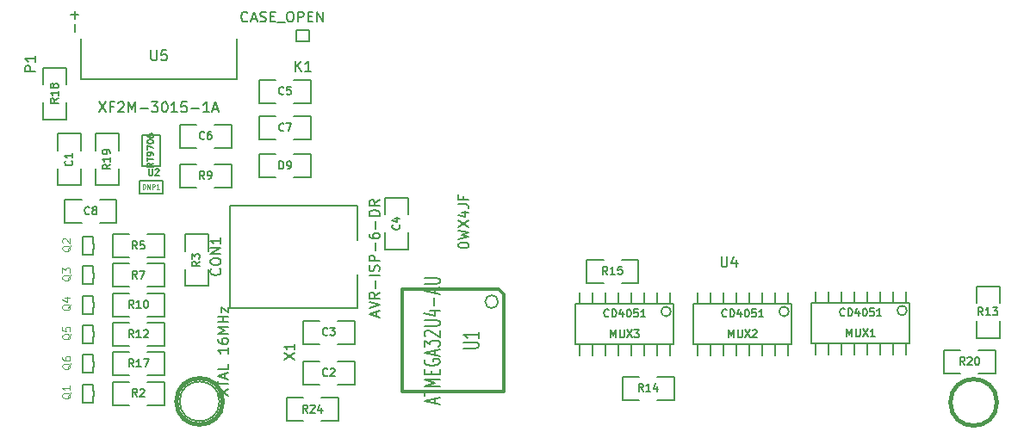
<source format=gto>
G04 (created by PCBNEW (2013-may-18)-stable) date Mon Aug 15 13:55:16 2016*
%MOIN*%
G04 Gerber Fmt 3.4, Leading zero omitted, Abs format*
%FSLAX34Y34*%
G01*
G70*
G90*
G04 APERTURE LIST*
%ADD10C,0.00590551*%
%ADD11C,0.012*%
%ADD12C,0.008*%
%ADD13C,0.005*%
%ADD14C,0.015*%
%ADD15C,0.0059*%
%ADD16C,0.0045*%
%ADD17C,0.0039*%
%ADD18C,0.01*%
G04 APERTURE END LIST*
G54D10*
G54D11*
X71989Y-62029D02*
X68049Y-62029D01*
X68049Y-62029D02*
X68049Y-58089D01*
X71799Y-58089D02*
X68049Y-58089D01*
X71989Y-58279D02*
X71989Y-62029D01*
X71799Y-58089D02*
X71989Y-58279D01*
G54D12*
X71769Y-58559D02*
G75*
G03X71769Y-58559I-250J0D01*
G74*
G01*
G54D13*
X86557Y-60169D02*
X86557Y-60599D01*
X86057Y-60169D02*
X86057Y-60599D01*
X85557Y-60169D02*
X85557Y-60599D01*
X87057Y-60169D02*
X87057Y-60599D01*
X87557Y-60599D02*
X87557Y-60169D01*
X85057Y-60599D02*
X85057Y-60169D01*
X84557Y-60599D02*
X84557Y-60169D01*
X84057Y-60599D02*
X84057Y-60169D01*
X84057Y-58609D02*
X84057Y-58179D01*
X84557Y-58609D02*
X84557Y-58179D01*
X85057Y-58609D02*
X85057Y-58179D01*
X87557Y-58609D02*
X87557Y-58179D01*
X87057Y-58179D02*
X87057Y-58609D01*
X85557Y-58179D02*
X85557Y-58609D01*
X86057Y-58179D02*
X86057Y-58609D01*
X86557Y-58179D02*
X86557Y-58609D01*
X87593Y-58899D02*
G75*
G03X87593Y-58899I-186J0D01*
G74*
G01*
X87707Y-60169D02*
X87707Y-58609D01*
X87707Y-58609D02*
X83907Y-58609D01*
X83907Y-58609D02*
X83907Y-60169D01*
X83907Y-60169D02*
X87707Y-60169D01*
X77423Y-60209D02*
X77423Y-60639D01*
X76923Y-60209D02*
X76923Y-60639D01*
X76423Y-60209D02*
X76423Y-60639D01*
X77923Y-60209D02*
X77923Y-60639D01*
X78423Y-60639D02*
X78423Y-60209D01*
X75923Y-60639D02*
X75923Y-60209D01*
X75423Y-60639D02*
X75423Y-60209D01*
X74923Y-60639D02*
X74923Y-60209D01*
X74923Y-58649D02*
X74923Y-58219D01*
X75423Y-58649D02*
X75423Y-58219D01*
X75923Y-58649D02*
X75923Y-58219D01*
X78423Y-58649D02*
X78423Y-58219D01*
X77923Y-58219D02*
X77923Y-58649D01*
X76423Y-58219D02*
X76423Y-58649D01*
X76923Y-58219D02*
X76923Y-58649D01*
X77423Y-58219D02*
X77423Y-58649D01*
X78459Y-58939D02*
G75*
G03X78459Y-58939I-186J0D01*
G74*
G01*
X78573Y-60209D02*
X78573Y-58649D01*
X78573Y-58649D02*
X74773Y-58649D01*
X74773Y-58649D02*
X74773Y-60209D01*
X74773Y-60209D02*
X78573Y-60209D01*
X77200Y-57831D02*
X77200Y-56931D01*
X77200Y-56931D02*
X76550Y-56931D01*
X75850Y-57831D02*
X75200Y-57831D01*
X75200Y-57831D02*
X75200Y-56931D01*
X75200Y-56931D02*
X75850Y-56931D01*
X76550Y-57831D02*
X77200Y-57831D01*
X54175Y-51492D02*
X55075Y-51492D01*
X55075Y-51492D02*
X55075Y-50842D01*
X54175Y-50142D02*
X54175Y-49492D01*
X54175Y-49492D02*
X55075Y-49492D01*
X55075Y-49492D02*
X55075Y-50142D01*
X54175Y-50842D02*
X54175Y-51492D01*
X58854Y-56847D02*
X58854Y-55947D01*
X58854Y-55947D02*
X58204Y-55947D01*
X57504Y-56847D02*
X56854Y-56847D01*
X56854Y-56847D02*
X56854Y-55947D01*
X56854Y-55947D02*
X57504Y-55947D01*
X58204Y-56847D02*
X58854Y-56847D01*
X58854Y-57989D02*
X58854Y-57089D01*
X58854Y-57089D02*
X58204Y-57089D01*
X57504Y-57989D02*
X56854Y-57989D01*
X56854Y-57989D02*
X56854Y-57089D01*
X56854Y-57089D02*
X57504Y-57089D01*
X58204Y-57989D02*
X58854Y-57989D01*
X58854Y-59131D02*
X58854Y-58231D01*
X58854Y-58231D02*
X58204Y-58231D01*
X57504Y-59131D02*
X56854Y-59131D01*
X56854Y-59131D02*
X56854Y-58231D01*
X56854Y-58231D02*
X57504Y-58231D01*
X58204Y-59131D02*
X58854Y-59131D01*
X58854Y-60272D02*
X58854Y-59372D01*
X58854Y-59372D02*
X58204Y-59372D01*
X57504Y-60272D02*
X56854Y-60272D01*
X56854Y-60272D02*
X56854Y-59372D01*
X56854Y-59372D02*
X57504Y-59372D01*
X58204Y-60272D02*
X58854Y-60272D01*
X58854Y-61414D02*
X58854Y-60514D01*
X58854Y-60514D02*
X58204Y-60514D01*
X57504Y-61414D02*
X56854Y-61414D01*
X56854Y-61414D02*
X56854Y-60514D01*
X56854Y-60514D02*
X57504Y-60514D01*
X58204Y-61414D02*
X58854Y-61414D01*
X57003Y-55509D02*
X57003Y-54609D01*
X57003Y-54609D02*
X56353Y-54609D01*
X55653Y-55509D02*
X55003Y-55509D01*
X55003Y-55509D02*
X55003Y-54609D01*
X55003Y-54609D02*
X55653Y-54609D01*
X56353Y-55509D02*
X57003Y-55509D01*
X64523Y-53737D02*
X64523Y-52837D01*
X64523Y-52837D02*
X63873Y-52837D01*
X63173Y-53737D02*
X62523Y-53737D01*
X62523Y-53737D02*
X62523Y-52837D01*
X62523Y-52837D02*
X63173Y-52837D01*
X63873Y-53737D02*
X64523Y-53737D01*
X64523Y-52280D02*
X64523Y-51380D01*
X64523Y-51380D02*
X63873Y-51380D01*
X63173Y-52280D02*
X62523Y-52280D01*
X62523Y-52280D02*
X62523Y-51380D01*
X62523Y-51380D02*
X63173Y-51380D01*
X63873Y-52280D02*
X64523Y-52280D01*
X54727Y-54051D02*
X55627Y-54051D01*
X55627Y-54051D02*
X55627Y-53401D01*
X54727Y-52701D02*
X54727Y-52051D01*
X54727Y-52051D02*
X55627Y-52051D01*
X55627Y-52051D02*
X55627Y-52701D01*
X54727Y-53401D02*
X54727Y-54051D01*
X56183Y-54051D02*
X57083Y-54051D01*
X57083Y-54051D02*
X57083Y-53401D01*
X56183Y-52701D02*
X56183Y-52051D01*
X56183Y-52051D02*
X57083Y-52051D01*
X57083Y-52051D02*
X57083Y-52701D01*
X56183Y-53401D02*
X56183Y-54051D01*
X59452Y-51695D02*
X59452Y-52595D01*
X59452Y-52595D02*
X60102Y-52595D01*
X60802Y-51695D02*
X61452Y-51695D01*
X61452Y-51695D02*
X61452Y-52595D01*
X61452Y-52595D02*
X60802Y-52595D01*
X60102Y-51695D02*
X59452Y-51695D01*
X59452Y-53231D02*
X59452Y-54131D01*
X59452Y-54131D02*
X60102Y-54131D01*
X60802Y-53231D02*
X61452Y-53231D01*
X61452Y-53231D02*
X61452Y-54131D01*
X61452Y-54131D02*
X60802Y-54131D01*
X60102Y-53231D02*
X59452Y-53231D01*
X62523Y-49963D02*
X62523Y-50863D01*
X62523Y-50863D02*
X63173Y-50863D01*
X63873Y-49963D02*
X64523Y-49963D01*
X64523Y-49963D02*
X64523Y-50863D01*
X64523Y-50863D02*
X63873Y-50863D01*
X63173Y-49963D02*
X62523Y-49963D01*
X76578Y-61459D02*
X76578Y-62359D01*
X76578Y-62359D02*
X77228Y-62359D01*
X77928Y-61459D02*
X78578Y-61459D01*
X78578Y-61459D02*
X78578Y-62359D01*
X78578Y-62359D02*
X77928Y-62359D01*
X77228Y-61459D02*
X76578Y-61459D01*
X58854Y-62556D02*
X58854Y-61656D01*
X58854Y-61656D02*
X58204Y-61656D01*
X57504Y-62556D02*
X56854Y-62556D01*
X56854Y-62556D02*
X56854Y-61656D01*
X56854Y-61656D02*
X57504Y-61656D01*
X58204Y-62556D02*
X58854Y-62556D01*
X67404Y-56531D02*
X68304Y-56531D01*
X68304Y-56531D02*
X68304Y-55881D01*
X67404Y-55181D02*
X67404Y-54531D01*
X67404Y-54531D02*
X68304Y-54531D01*
X68304Y-54531D02*
X68304Y-55181D01*
X67404Y-55881D02*
X67404Y-56531D01*
X91019Y-61335D02*
X91019Y-60435D01*
X91019Y-60435D02*
X90369Y-60435D01*
X89669Y-61335D02*
X89019Y-61335D01*
X89019Y-61335D02*
X89019Y-60435D01*
X89019Y-60435D02*
X89669Y-60435D01*
X90369Y-61335D02*
X91019Y-61335D01*
X59648Y-57948D02*
X60548Y-57948D01*
X60548Y-57948D02*
X60548Y-57298D01*
X59648Y-56598D02*
X59648Y-55948D01*
X59648Y-55948D02*
X60548Y-55948D01*
X60548Y-55948D02*
X60548Y-56598D01*
X59648Y-57298D02*
X59648Y-57948D01*
X64216Y-60868D02*
X64216Y-61768D01*
X64216Y-61768D02*
X64866Y-61768D01*
X65566Y-60868D02*
X66216Y-60868D01*
X66216Y-60868D02*
X66216Y-61768D01*
X66216Y-61768D02*
X65566Y-61768D01*
X64866Y-60868D02*
X64216Y-60868D01*
X64216Y-59294D02*
X64216Y-60194D01*
X64216Y-60194D02*
X64866Y-60194D01*
X65566Y-59294D02*
X66216Y-59294D01*
X66216Y-59294D02*
X66216Y-60194D01*
X66216Y-60194D02*
X65566Y-60194D01*
X64866Y-59294D02*
X64216Y-59294D01*
X90278Y-59956D02*
X91178Y-59956D01*
X91178Y-59956D02*
X91178Y-59306D01*
X90278Y-58606D02*
X90278Y-57956D01*
X90278Y-57956D02*
X91178Y-57956D01*
X91178Y-57956D02*
X91178Y-58606D01*
X90278Y-59306D02*
X90278Y-59956D01*
X57876Y-53864D02*
X58776Y-53864D01*
X58776Y-53864D02*
X58776Y-54364D01*
X58776Y-54364D02*
X57876Y-54364D01*
X57876Y-54364D02*
X57876Y-53864D01*
G54D10*
X66337Y-56170D02*
X66337Y-54850D01*
X66337Y-54850D02*
X61377Y-54850D01*
X61377Y-54850D02*
X61377Y-58810D01*
X61377Y-58810D02*
X66337Y-58810D01*
X66337Y-58810D02*
X66337Y-57490D01*
G54D13*
X56085Y-62006D02*
X56085Y-61756D01*
X56085Y-61756D02*
X55685Y-61756D01*
X55685Y-62456D02*
X56085Y-62456D01*
X56085Y-62456D02*
X56085Y-62206D01*
X56135Y-62006D02*
X56085Y-62006D01*
X56085Y-62206D02*
X56135Y-62206D01*
X55685Y-61756D02*
X55685Y-62456D01*
X56135Y-62206D02*
X56135Y-62006D01*
X56085Y-56297D02*
X56085Y-56047D01*
X56085Y-56047D02*
X55685Y-56047D01*
X55685Y-56747D02*
X56085Y-56747D01*
X56085Y-56747D02*
X56085Y-56497D01*
X56135Y-56297D02*
X56085Y-56297D01*
X56085Y-56497D02*
X56135Y-56497D01*
X55685Y-56047D02*
X55685Y-56747D01*
X56135Y-56497D02*
X56135Y-56297D01*
X56085Y-57439D02*
X56085Y-57189D01*
X56085Y-57189D02*
X55685Y-57189D01*
X55685Y-57889D02*
X56085Y-57889D01*
X56085Y-57889D02*
X56085Y-57639D01*
X56135Y-57439D02*
X56085Y-57439D01*
X56085Y-57639D02*
X56135Y-57639D01*
X55685Y-57189D02*
X55685Y-57889D01*
X56135Y-57639D02*
X56135Y-57439D01*
X56085Y-58581D02*
X56085Y-58331D01*
X56085Y-58331D02*
X55685Y-58331D01*
X55685Y-59031D02*
X56085Y-59031D01*
X56085Y-59031D02*
X56085Y-58781D01*
X56135Y-58581D02*
X56085Y-58581D01*
X56085Y-58781D02*
X56135Y-58781D01*
X55685Y-58331D02*
X55685Y-59031D01*
X56135Y-58781D02*
X56135Y-58581D01*
X56085Y-59722D02*
X56085Y-59472D01*
X56085Y-59472D02*
X55685Y-59472D01*
X55685Y-60172D02*
X56085Y-60172D01*
X56085Y-60172D02*
X56085Y-59922D01*
X56135Y-59722D02*
X56085Y-59722D01*
X56085Y-59922D02*
X56135Y-59922D01*
X55685Y-59472D02*
X55685Y-60172D01*
X56135Y-59922D02*
X56135Y-59722D01*
X56085Y-60864D02*
X56085Y-60614D01*
X56085Y-60614D02*
X55685Y-60614D01*
X55685Y-61314D02*
X56085Y-61314D01*
X56085Y-61314D02*
X56085Y-61064D01*
X56135Y-60864D02*
X56085Y-60864D01*
X56085Y-61064D02*
X56135Y-61064D01*
X55685Y-60614D02*
X55685Y-61314D01*
X56135Y-61064D02*
X56135Y-60864D01*
G54D10*
X61661Y-49935D02*
X55621Y-49935D01*
X55621Y-49935D02*
X55621Y-48375D01*
X61661Y-48375D02*
X61661Y-49895D01*
G54D13*
X58676Y-53296D02*
X57976Y-53296D01*
X57976Y-53296D02*
X57976Y-52096D01*
X57976Y-52096D02*
X58676Y-52096D01*
X58676Y-52096D02*
X58676Y-53296D01*
X81990Y-60209D02*
X81990Y-60639D01*
X81490Y-60209D02*
X81490Y-60639D01*
X80990Y-60209D02*
X80990Y-60639D01*
X82490Y-60209D02*
X82490Y-60639D01*
X82990Y-60639D02*
X82990Y-60209D01*
X80490Y-60639D02*
X80490Y-60209D01*
X79990Y-60639D02*
X79990Y-60209D01*
X79490Y-60639D02*
X79490Y-60209D01*
X79490Y-58649D02*
X79490Y-58219D01*
X79990Y-58649D02*
X79990Y-58219D01*
X80490Y-58649D02*
X80490Y-58219D01*
X82990Y-58649D02*
X82990Y-58219D01*
X82490Y-58219D02*
X82490Y-58649D01*
X80990Y-58219D02*
X80990Y-58649D01*
X81490Y-58219D02*
X81490Y-58649D01*
X81990Y-58219D02*
X81990Y-58649D01*
X83026Y-58939D02*
G75*
G03X83026Y-58939I-186J0D01*
G74*
G01*
X83140Y-60209D02*
X83140Y-58649D01*
X83140Y-58649D02*
X79340Y-58649D01*
X79340Y-58649D02*
X79340Y-60209D01*
X79340Y-60209D02*
X83140Y-60209D01*
G54D14*
X91077Y-62460D02*
G75*
G03X91077Y-62460I-900J0D01*
G74*
G01*
X61116Y-62421D02*
G75*
G03X61116Y-62421I-900J0D01*
G74*
G01*
G54D13*
X63586Y-62286D02*
X63586Y-63186D01*
X63586Y-63186D02*
X64236Y-63186D01*
X64936Y-62286D02*
X65586Y-62286D01*
X65586Y-62286D02*
X65586Y-63186D01*
X65586Y-63186D02*
X64936Y-63186D01*
X64236Y-62286D02*
X63586Y-62286D01*
G54D10*
X64452Y-48469D02*
X64452Y-48029D01*
X64452Y-48029D02*
X63972Y-48029D01*
X63972Y-48029D02*
X63972Y-48469D01*
X63972Y-48469D02*
X64452Y-48469D01*
X60987Y-62421D02*
G75*
G03X60987Y-62421I-770J0D01*
G74*
G01*
G54D12*
X70412Y-60363D02*
X70898Y-60363D01*
X70955Y-60344D01*
X70983Y-60325D01*
X71012Y-60287D01*
X71012Y-60211D01*
X70983Y-60173D01*
X70955Y-60154D01*
X70898Y-60135D01*
X70412Y-60135D01*
X71012Y-59735D02*
X71012Y-59963D01*
X71012Y-59849D02*
X70412Y-59849D01*
X70498Y-59887D01*
X70555Y-59925D01*
X70583Y-59963D01*
X69341Y-62497D02*
X69341Y-62306D01*
X69512Y-62535D02*
X68912Y-62401D01*
X69512Y-62268D01*
X68912Y-62192D02*
X68912Y-61963D01*
X69512Y-62078D02*
X68912Y-62078D01*
X69512Y-61830D02*
X68912Y-61830D01*
X69341Y-61697D01*
X68912Y-61563D01*
X69512Y-61563D01*
X69198Y-61373D02*
X69198Y-61240D01*
X69512Y-61182D02*
X69512Y-61373D01*
X68912Y-61373D01*
X68912Y-61182D01*
X68941Y-60801D02*
X68912Y-60840D01*
X68912Y-60897D01*
X68941Y-60954D01*
X68998Y-60992D01*
X69055Y-61011D01*
X69169Y-61030D01*
X69255Y-61030D01*
X69369Y-61011D01*
X69426Y-60992D01*
X69483Y-60954D01*
X69512Y-60897D01*
X69512Y-60859D01*
X69483Y-60801D01*
X69455Y-60782D01*
X69255Y-60782D01*
X69255Y-60859D01*
X69341Y-60630D02*
X69341Y-60440D01*
X69512Y-60668D02*
X68912Y-60535D01*
X69512Y-60401D01*
X68912Y-60306D02*
X68912Y-60059D01*
X69141Y-60192D01*
X69141Y-60135D01*
X69169Y-60097D01*
X69198Y-60078D01*
X69255Y-60059D01*
X69398Y-60059D01*
X69455Y-60078D01*
X69483Y-60097D01*
X69512Y-60135D01*
X69512Y-60249D01*
X69483Y-60287D01*
X69455Y-60306D01*
X68969Y-59906D02*
X68941Y-59887D01*
X68912Y-59849D01*
X68912Y-59754D01*
X68941Y-59716D01*
X68969Y-59697D01*
X69026Y-59678D01*
X69083Y-59678D01*
X69169Y-59697D01*
X69512Y-59925D01*
X69512Y-59678D01*
X68912Y-59506D02*
X69398Y-59506D01*
X69455Y-59487D01*
X69483Y-59468D01*
X69512Y-59430D01*
X69512Y-59354D01*
X69483Y-59316D01*
X69455Y-59297D01*
X69398Y-59278D01*
X68912Y-59278D01*
X69112Y-58916D02*
X69512Y-58916D01*
X68883Y-59011D02*
X69312Y-59106D01*
X69312Y-58859D01*
X69283Y-58706D02*
X69283Y-58401D01*
X69341Y-58230D02*
X69341Y-58040D01*
X69512Y-58268D02*
X68912Y-58135D01*
X69512Y-58001D01*
X68912Y-57868D02*
X69398Y-57868D01*
X69455Y-57849D01*
X69483Y-57830D01*
X69512Y-57792D01*
X69512Y-57716D01*
X69483Y-57678D01*
X69455Y-57659D01*
X69398Y-57640D01*
X68912Y-57640D01*
G54D15*
X85273Y-59909D02*
X85273Y-59614D01*
X85371Y-59824D01*
X85469Y-59614D01*
X85469Y-59909D01*
X85610Y-59614D02*
X85610Y-59852D01*
X85624Y-59881D01*
X85638Y-59895D01*
X85666Y-59909D01*
X85722Y-59909D01*
X85750Y-59895D01*
X85764Y-59881D01*
X85778Y-59852D01*
X85778Y-59614D01*
X85891Y-59614D02*
X86088Y-59909D01*
X86088Y-59614D02*
X85891Y-59909D01*
X86354Y-59909D02*
X86186Y-59909D01*
X86270Y-59909D02*
X86270Y-59614D01*
X86242Y-59656D01*
X86214Y-59684D01*
X86186Y-59698D01*
X85188Y-59081D02*
X85174Y-59095D01*
X85132Y-59109D01*
X85104Y-59109D01*
X85062Y-59095D01*
X85034Y-59067D01*
X85020Y-59038D01*
X85006Y-58982D01*
X85006Y-58940D01*
X85020Y-58884D01*
X85034Y-58856D01*
X85062Y-58828D01*
X85104Y-58814D01*
X85132Y-58814D01*
X85174Y-58828D01*
X85188Y-58842D01*
X85315Y-59109D02*
X85315Y-58814D01*
X85385Y-58814D01*
X85427Y-58828D01*
X85455Y-58856D01*
X85469Y-58884D01*
X85483Y-58940D01*
X85483Y-58982D01*
X85469Y-59038D01*
X85455Y-59067D01*
X85427Y-59095D01*
X85385Y-59109D01*
X85315Y-59109D01*
X85736Y-58912D02*
X85736Y-59109D01*
X85666Y-58800D02*
X85596Y-59010D01*
X85778Y-59010D01*
X85947Y-58814D02*
X85975Y-58814D01*
X86003Y-58828D01*
X86017Y-58842D01*
X86031Y-58870D01*
X86045Y-58926D01*
X86045Y-58996D01*
X86031Y-59052D01*
X86017Y-59081D01*
X86003Y-59095D01*
X85975Y-59109D01*
X85947Y-59109D01*
X85919Y-59095D01*
X85905Y-59081D01*
X85891Y-59052D01*
X85877Y-58996D01*
X85877Y-58926D01*
X85891Y-58870D01*
X85905Y-58842D01*
X85919Y-58828D01*
X85947Y-58814D01*
X86312Y-58814D02*
X86172Y-58814D01*
X86158Y-58954D01*
X86172Y-58940D01*
X86200Y-58926D01*
X86270Y-58926D01*
X86298Y-58940D01*
X86312Y-58954D01*
X86326Y-58982D01*
X86326Y-59052D01*
X86312Y-59081D01*
X86298Y-59095D01*
X86270Y-59109D01*
X86200Y-59109D01*
X86172Y-59095D01*
X86158Y-59081D01*
X86607Y-59109D02*
X86439Y-59109D01*
X86523Y-59109D02*
X86523Y-58814D01*
X86495Y-58856D01*
X86467Y-58884D01*
X86439Y-58898D01*
X76139Y-59948D02*
X76139Y-59653D01*
X76237Y-59864D01*
X76336Y-59653D01*
X76336Y-59948D01*
X76476Y-59653D02*
X76476Y-59892D01*
X76490Y-59920D01*
X76504Y-59934D01*
X76532Y-59948D01*
X76588Y-59948D01*
X76617Y-59934D01*
X76631Y-59920D01*
X76645Y-59892D01*
X76645Y-59653D01*
X76757Y-59653D02*
X76954Y-59948D01*
X76954Y-59653D02*
X76757Y-59948D01*
X77038Y-59653D02*
X77221Y-59653D01*
X77122Y-59765D01*
X77164Y-59765D01*
X77192Y-59779D01*
X77207Y-59794D01*
X77221Y-59822D01*
X77221Y-59892D01*
X77207Y-59920D01*
X77192Y-59934D01*
X77164Y-59948D01*
X77080Y-59948D01*
X77052Y-59934D01*
X77038Y-59920D01*
X76055Y-59120D02*
X76041Y-59134D01*
X75998Y-59148D01*
X75970Y-59148D01*
X75928Y-59134D01*
X75900Y-59106D01*
X75886Y-59078D01*
X75872Y-59022D01*
X75872Y-58979D01*
X75886Y-58923D01*
X75900Y-58895D01*
X75928Y-58867D01*
X75970Y-58853D01*
X75998Y-58853D01*
X76041Y-58867D01*
X76055Y-58881D01*
X76181Y-59148D02*
X76181Y-58853D01*
X76251Y-58853D01*
X76293Y-58867D01*
X76322Y-58895D01*
X76336Y-58923D01*
X76350Y-58979D01*
X76350Y-59022D01*
X76336Y-59078D01*
X76322Y-59106D01*
X76293Y-59134D01*
X76251Y-59148D01*
X76181Y-59148D01*
X76602Y-58951D02*
X76602Y-59148D01*
X76532Y-58839D02*
X76462Y-59050D01*
X76645Y-59050D01*
X76813Y-58853D02*
X76841Y-58853D01*
X76869Y-58867D01*
X76883Y-58881D01*
X76897Y-58909D01*
X76912Y-58965D01*
X76912Y-59036D01*
X76897Y-59092D01*
X76883Y-59120D01*
X76869Y-59134D01*
X76841Y-59148D01*
X76813Y-59148D01*
X76785Y-59134D01*
X76771Y-59120D01*
X76757Y-59092D01*
X76743Y-59036D01*
X76743Y-58965D01*
X76757Y-58909D01*
X76771Y-58881D01*
X76785Y-58867D01*
X76813Y-58853D01*
X77178Y-58853D02*
X77038Y-58853D01*
X77024Y-58994D01*
X77038Y-58979D01*
X77066Y-58965D01*
X77136Y-58965D01*
X77164Y-58979D01*
X77178Y-58994D01*
X77192Y-59022D01*
X77192Y-59092D01*
X77178Y-59120D01*
X77164Y-59134D01*
X77136Y-59148D01*
X77066Y-59148D01*
X77038Y-59134D01*
X77024Y-59120D01*
X77473Y-59148D02*
X77305Y-59148D01*
X77389Y-59148D02*
X77389Y-58853D01*
X77361Y-58895D01*
X77333Y-58923D01*
X77305Y-58937D01*
G54D13*
X76007Y-57503D02*
X75907Y-57360D01*
X75836Y-57503D02*
X75836Y-57203D01*
X75950Y-57203D01*
X75979Y-57217D01*
X75993Y-57231D01*
X76007Y-57260D01*
X76007Y-57303D01*
X75993Y-57331D01*
X75979Y-57346D01*
X75950Y-57360D01*
X75836Y-57360D01*
X76293Y-57503D02*
X76122Y-57503D01*
X76207Y-57503D02*
X76207Y-57203D01*
X76179Y-57246D01*
X76150Y-57274D01*
X76122Y-57289D01*
X76565Y-57203D02*
X76422Y-57203D01*
X76407Y-57346D01*
X76422Y-57331D01*
X76450Y-57317D01*
X76522Y-57317D01*
X76550Y-57331D01*
X76565Y-57346D01*
X76579Y-57374D01*
X76579Y-57446D01*
X76565Y-57474D01*
X76550Y-57489D01*
X76522Y-57503D01*
X76450Y-57503D01*
X76422Y-57489D01*
X76407Y-57474D01*
X54747Y-50684D02*
X54604Y-50784D01*
X54747Y-50856D02*
X54447Y-50856D01*
X54447Y-50742D01*
X54461Y-50713D01*
X54475Y-50699D01*
X54504Y-50684D01*
X54547Y-50684D01*
X54575Y-50699D01*
X54590Y-50713D01*
X54604Y-50742D01*
X54604Y-50856D01*
X54747Y-50399D02*
X54747Y-50570D01*
X54747Y-50484D02*
X54447Y-50484D01*
X54490Y-50513D01*
X54518Y-50542D01*
X54533Y-50570D01*
X54575Y-50227D02*
X54561Y-50256D01*
X54547Y-50270D01*
X54518Y-50284D01*
X54504Y-50284D01*
X54475Y-50270D01*
X54461Y-50256D01*
X54447Y-50227D01*
X54447Y-50170D01*
X54461Y-50142D01*
X54475Y-50127D01*
X54504Y-50113D01*
X54518Y-50113D01*
X54547Y-50127D01*
X54561Y-50142D01*
X54575Y-50170D01*
X54575Y-50227D01*
X54590Y-50256D01*
X54604Y-50270D01*
X54633Y-50284D01*
X54690Y-50284D01*
X54718Y-50270D01*
X54733Y-50256D01*
X54747Y-50227D01*
X54747Y-50170D01*
X54733Y-50142D01*
X54718Y-50127D01*
X54690Y-50113D01*
X54633Y-50113D01*
X54604Y-50127D01*
X54590Y-50142D01*
X54575Y-50170D01*
X57804Y-56519D02*
X57704Y-56376D01*
X57632Y-56519D02*
X57632Y-56219D01*
X57747Y-56219D01*
X57775Y-56233D01*
X57790Y-56247D01*
X57804Y-56276D01*
X57804Y-56319D01*
X57790Y-56347D01*
X57775Y-56361D01*
X57747Y-56376D01*
X57632Y-56376D01*
X58075Y-56219D02*
X57932Y-56219D01*
X57918Y-56361D01*
X57932Y-56347D01*
X57961Y-56333D01*
X58032Y-56333D01*
X58061Y-56347D01*
X58075Y-56361D01*
X58090Y-56390D01*
X58090Y-56461D01*
X58075Y-56490D01*
X58061Y-56504D01*
X58032Y-56519D01*
X57961Y-56519D01*
X57932Y-56504D01*
X57918Y-56490D01*
X57804Y-57660D02*
X57704Y-57517D01*
X57632Y-57660D02*
X57632Y-57360D01*
X57747Y-57360D01*
X57775Y-57375D01*
X57790Y-57389D01*
X57804Y-57417D01*
X57804Y-57460D01*
X57790Y-57489D01*
X57775Y-57503D01*
X57747Y-57517D01*
X57632Y-57517D01*
X57904Y-57360D02*
X58104Y-57360D01*
X57975Y-57660D01*
X57661Y-58802D02*
X57561Y-58659D01*
X57490Y-58802D02*
X57490Y-58502D01*
X57604Y-58502D01*
X57632Y-58516D01*
X57647Y-58531D01*
X57661Y-58559D01*
X57661Y-58602D01*
X57647Y-58631D01*
X57632Y-58645D01*
X57604Y-58659D01*
X57490Y-58659D01*
X57947Y-58802D02*
X57775Y-58802D01*
X57861Y-58802D02*
X57861Y-58502D01*
X57832Y-58545D01*
X57804Y-58573D01*
X57775Y-58588D01*
X58132Y-58502D02*
X58161Y-58502D01*
X58190Y-58516D01*
X58204Y-58531D01*
X58218Y-58559D01*
X58232Y-58616D01*
X58232Y-58688D01*
X58218Y-58745D01*
X58204Y-58773D01*
X58190Y-58788D01*
X58161Y-58802D01*
X58132Y-58802D01*
X58104Y-58788D01*
X58090Y-58773D01*
X58075Y-58745D01*
X58061Y-58688D01*
X58061Y-58616D01*
X58075Y-58559D01*
X58090Y-58531D01*
X58104Y-58516D01*
X58132Y-58502D01*
X57661Y-59944D02*
X57561Y-59801D01*
X57490Y-59944D02*
X57490Y-59644D01*
X57604Y-59644D01*
X57632Y-59658D01*
X57647Y-59672D01*
X57661Y-59701D01*
X57661Y-59744D01*
X57647Y-59772D01*
X57632Y-59787D01*
X57604Y-59801D01*
X57490Y-59801D01*
X57947Y-59944D02*
X57775Y-59944D01*
X57861Y-59944D02*
X57861Y-59644D01*
X57832Y-59687D01*
X57804Y-59715D01*
X57775Y-59729D01*
X58061Y-59672D02*
X58075Y-59658D01*
X58104Y-59644D01*
X58175Y-59644D01*
X58204Y-59658D01*
X58218Y-59672D01*
X58232Y-59701D01*
X58232Y-59729D01*
X58218Y-59772D01*
X58047Y-59944D01*
X58232Y-59944D01*
X57661Y-61085D02*
X57561Y-60943D01*
X57490Y-61085D02*
X57490Y-60785D01*
X57604Y-60785D01*
X57632Y-60800D01*
X57647Y-60814D01*
X57661Y-60843D01*
X57661Y-60885D01*
X57647Y-60914D01*
X57632Y-60928D01*
X57604Y-60943D01*
X57490Y-60943D01*
X57947Y-61085D02*
X57775Y-61085D01*
X57861Y-61085D02*
X57861Y-60785D01*
X57832Y-60828D01*
X57804Y-60857D01*
X57775Y-60871D01*
X58047Y-60785D02*
X58247Y-60785D01*
X58118Y-61085D01*
X55953Y-55151D02*
X55939Y-55166D01*
X55896Y-55180D01*
X55868Y-55180D01*
X55825Y-55166D01*
X55796Y-55137D01*
X55782Y-55109D01*
X55768Y-55051D01*
X55768Y-55009D01*
X55782Y-54951D01*
X55796Y-54923D01*
X55825Y-54894D01*
X55868Y-54880D01*
X55896Y-54880D01*
X55939Y-54894D01*
X55953Y-54909D01*
X56125Y-55009D02*
X56096Y-54994D01*
X56082Y-54980D01*
X56068Y-54951D01*
X56068Y-54937D01*
X56082Y-54909D01*
X56096Y-54894D01*
X56125Y-54880D01*
X56182Y-54880D01*
X56211Y-54894D01*
X56225Y-54909D01*
X56239Y-54937D01*
X56239Y-54951D01*
X56225Y-54980D01*
X56211Y-54994D01*
X56182Y-55009D01*
X56125Y-55009D01*
X56096Y-55023D01*
X56082Y-55037D01*
X56068Y-55066D01*
X56068Y-55123D01*
X56082Y-55151D01*
X56096Y-55166D01*
X56125Y-55180D01*
X56182Y-55180D01*
X56211Y-55166D01*
X56225Y-55151D01*
X56239Y-55123D01*
X56239Y-55066D01*
X56225Y-55037D01*
X56211Y-55023D01*
X56182Y-55009D01*
X63302Y-53408D02*
X63302Y-53108D01*
X63373Y-53108D01*
X63416Y-53123D01*
X63445Y-53151D01*
X63459Y-53180D01*
X63473Y-53237D01*
X63473Y-53280D01*
X63459Y-53337D01*
X63445Y-53365D01*
X63416Y-53394D01*
X63373Y-53408D01*
X63302Y-53408D01*
X63616Y-53408D02*
X63673Y-53408D01*
X63702Y-53394D01*
X63716Y-53380D01*
X63745Y-53337D01*
X63759Y-53280D01*
X63759Y-53165D01*
X63745Y-53137D01*
X63730Y-53123D01*
X63702Y-53108D01*
X63645Y-53108D01*
X63616Y-53123D01*
X63602Y-53137D01*
X63587Y-53165D01*
X63587Y-53237D01*
X63602Y-53265D01*
X63616Y-53280D01*
X63645Y-53294D01*
X63702Y-53294D01*
X63730Y-53280D01*
X63745Y-53265D01*
X63759Y-53237D01*
X63473Y-51923D02*
X63459Y-51937D01*
X63416Y-51952D01*
X63387Y-51952D01*
X63345Y-51937D01*
X63316Y-51909D01*
X63302Y-51880D01*
X63287Y-51823D01*
X63287Y-51780D01*
X63302Y-51723D01*
X63316Y-51694D01*
X63345Y-51666D01*
X63387Y-51652D01*
X63416Y-51652D01*
X63459Y-51666D01*
X63473Y-51680D01*
X63573Y-51652D02*
X63773Y-51652D01*
X63645Y-51952D01*
X55270Y-53101D02*
X55284Y-53115D01*
X55298Y-53158D01*
X55298Y-53186D01*
X55284Y-53229D01*
X55255Y-53258D01*
X55227Y-53272D01*
X55170Y-53286D01*
X55127Y-53286D01*
X55070Y-53272D01*
X55041Y-53258D01*
X55012Y-53229D01*
X54998Y-53186D01*
X54998Y-53158D01*
X55012Y-53115D01*
X55027Y-53101D01*
X55298Y-52815D02*
X55298Y-52986D01*
X55298Y-52901D02*
X54998Y-52901D01*
X55041Y-52929D01*
X55070Y-52958D01*
X55084Y-52986D01*
X56755Y-53244D02*
X56612Y-53344D01*
X56755Y-53415D02*
X56455Y-53415D01*
X56455Y-53301D01*
X56469Y-53272D01*
X56483Y-53258D01*
X56512Y-53244D01*
X56555Y-53244D01*
X56583Y-53258D01*
X56598Y-53272D01*
X56612Y-53301D01*
X56612Y-53415D01*
X56755Y-52958D02*
X56755Y-53129D01*
X56755Y-53044D02*
X56455Y-53044D01*
X56498Y-53072D01*
X56526Y-53101D01*
X56541Y-53129D01*
X56755Y-52815D02*
X56755Y-52758D01*
X56741Y-52729D01*
X56726Y-52715D01*
X56683Y-52686D01*
X56626Y-52672D01*
X56512Y-52672D01*
X56483Y-52686D01*
X56469Y-52701D01*
X56455Y-52729D01*
X56455Y-52786D01*
X56469Y-52815D01*
X56483Y-52829D01*
X56512Y-52844D01*
X56583Y-52844D01*
X56612Y-52829D01*
X56626Y-52815D01*
X56641Y-52786D01*
X56641Y-52729D01*
X56626Y-52701D01*
X56612Y-52686D01*
X56583Y-52672D01*
X60402Y-52238D02*
X60388Y-52252D01*
X60345Y-52267D01*
X60317Y-52267D01*
X60274Y-52252D01*
X60245Y-52224D01*
X60231Y-52195D01*
X60217Y-52138D01*
X60217Y-52095D01*
X60231Y-52038D01*
X60245Y-52009D01*
X60274Y-51981D01*
X60317Y-51967D01*
X60345Y-51967D01*
X60388Y-51981D01*
X60402Y-51995D01*
X60659Y-51967D02*
X60602Y-51967D01*
X60574Y-51981D01*
X60559Y-51995D01*
X60531Y-52038D01*
X60517Y-52095D01*
X60517Y-52209D01*
X60531Y-52238D01*
X60545Y-52252D01*
X60574Y-52267D01*
X60631Y-52267D01*
X60659Y-52252D01*
X60674Y-52238D01*
X60688Y-52209D01*
X60688Y-52138D01*
X60674Y-52109D01*
X60659Y-52095D01*
X60631Y-52081D01*
X60574Y-52081D01*
X60545Y-52095D01*
X60531Y-52109D01*
X60517Y-52138D01*
X60402Y-53802D02*
X60302Y-53659D01*
X60231Y-53802D02*
X60231Y-53502D01*
X60345Y-53502D01*
X60374Y-53516D01*
X60388Y-53531D01*
X60402Y-53559D01*
X60402Y-53602D01*
X60388Y-53631D01*
X60374Y-53645D01*
X60345Y-53659D01*
X60231Y-53659D01*
X60545Y-53802D02*
X60602Y-53802D01*
X60631Y-53788D01*
X60645Y-53773D01*
X60674Y-53731D01*
X60688Y-53673D01*
X60688Y-53559D01*
X60674Y-53531D01*
X60659Y-53516D01*
X60631Y-53502D01*
X60574Y-53502D01*
X60545Y-53516D01*
X60531Y-53531D01*
X60517Y-53559D01*
X60517Y-53631D01*
X60531Y-53659D01*
X60545Y-53673D01*
X60574Y-53688D01*
X60631Y-53688D01*
X60659Y-53673D01*
X60674Y-53659D01*
X60688Y-53631D01*
X63473Y-50506D02*
X63459Y-50520D01*
X63416Y-50534D01*
X63387Y-50534D01*
X63345Y-50520D01*
X63316Y-50491D01*
X63302Y-50463D01*
X63287Y-50406D01*
X63287Y-50363D01*
X63302Y-50306D01*
X63316Y-50277D01*
X63345Y-50249D01*
X63387Y-50234D01*
X63416Y-50234D01*
X63459Y-50249D01*
X63473Y-50263D01*
X63745Y-50234D02*
X63602Y-50234D01*
X63587Y-50377D01*
X63602Y-50363D01*
X63630Y-50349D01*
X63702Y-50349D01*
X63730Y-50363D01*
X63745Y-50377D01*
X63759Y-50406D01*
X63759Y-50477D01*
X63745Y-50506D01*
X63730Y-50520D01*
X63702Y-50534D01*
X63630Y-50534D01*
X63602Y-50520D01*
X63587Y-50506D01*
X77385Y-62030D02*
X77285Y-61888D01*
X77214Y-62030D02*
X77214Y-61730D01*
X77328Y-61730D01*
X77357Y-61745D01*
X77371Y-61759D01*
X77385Y-61788D01*
X77385Y-61830D01*
X77371Y-61859D01*
X77357Y-61873D01*
X77328Y-61888D01*
X77214Y-61888D01*
X77671Y-62030D02*
X77500Y-62030D01*
X77585Y-62030D02*
X77585Y-61730D01*
X77557Y-61773D01*
X77528Y-61802D01*
X77500Y-61816D01*
X77928Y-61830D02*
X77928Y-62030D01*
X77857Y-61716D02*
X77785Y-61930D01*
X77971Y-61930D01*
X57804Y-62227D02*
X57704Y-62084D01*
X57632Y-62227D02*
X57632Y-61927D01*
X57747Y-61927D01*
X57775Y-61942D01*
X57790Y-61956D01*
X57804Y-61984D01*
X57804Y-62027D01*
X57790Y-62056D01*
X57775Y-62070D01*
X57747Y-62084D01*
X57632Y-62084D01*
X57918Y-61956D02*
X57932Y-61942D01*
X57961Y-61927D01*
X58032Y-61927D01*
X58061Y-61942D01*
X58075Y-61956D01*
X58090Y-61984D01*
X58090Y-62013D01*
X58075Y-62056D01*
X57904Y-62227D01*
X58090Y-62227D01*
X67947Y-55581D02*
X67961Y-55595D01*
X67975Y-55638D01*
X67975Y-55667D01*
X67961Y-55710D01*
X67932Y-55738D01*
X67904Y-55752D01*
X67847Y-55767D01*
X67804Y-55767D01*
X67747Y-55752D01*
X67718Y-55738D01*
X67690Y-55710D01*
X67675Y-55667D01*
X67675Y-55638D01*
X67690Y-55595D01*
X67704Y-55581D01*
X67775Y-55324D02*
X67975Y-55324D01*
X67661Y-55395D02*
X67875Y-55467D01*
X67875Y-55281D01*
X89826Y-61007D02*
X89726Y-60864D01*
X89655Y-61007D02*
X89655Y-60707D01*
X89769Y-60707D01*
X89798Y-60721D01*
X89812Y-60735D01*
X89826Y-60764D01*
X89826Y-60807D01*
X89812Y-60835D01*
X89798Y-60850D01*
X89769Y-60864D01*
X89655Y-60864D01*
X89941Y-60735D02*
X89955Y-60721D01*
X89983Y-60707D01*
X90055Y-60707D01*
X90083Y-60721D01*
X90098Y-60735D01*
X90112Y-60764D01*
X90112Y-60792D01*
X90098Y-60835D01*
X89926Y-61007D01*
X90112Y-61007D01*
X90298Y-60707D02*
X90326Y-60707D01*
X90355Y-60721D01*
X90369Y-60735D01*
X90383Y-60764D01*
X90398Y-60821D01*
X90398Y-60892D01*
X90383Y-60950D01*
X90369Y-60978D01*
X90355Y-60992D01*
X90326Y-61007D01*
X90298Y-61007D01*
X90269Y-60992D01*
X90255Y-60978D01*
X90241Y-60950D01*
X90226Y-60892D01*
X90226Y-60821D01*
X90241Y-60764D01*
X90255Y-60735D01*
X90269Y-60721D01*
X90298Y-60707D01*
X60219Y-56998D02*
X60076Y-57098D01*
X60219Y-57170D02*
X59919Y-57170D01*
X59919Y-57055D01*
X59934Y-57027D01*
X59948Y-57013D01*
X59976Y-56998D01*
X60019Y-56998D01*
X60048Y-57013D01*
X60062Y-57027D01*
X60076Y-57055D01*
X60076Y-57170D01*
X59919Y-56898D02*
X59919Y-56713D01*
X60034Y-56813D01*
X60034Y-56770D01*
X60048Y-56741D01*
X60062Y-56727D01*
X60091Y-56713D01*
X60162Y-56713D01*
X60191Y-56727D01*
X60205Y-56741D01*
X60219Y-56770D01*
X60219Y-56855D01*
X60205Y-56884D01*
X60191Y-56898D01*
X65166Y-61411D02*
X65152Y-61426D01*
X65109Y-61440D01*
X65080Y-61440D01*
X65037Y-61426D01*
X65009Y-61397D01*
X64995Y-61368D01*
X64980Y-61311D01*
X64980Y-61268D01*
X64995Y-61211D01*
X65009Y-61183D01*
X65037Y-61154D01*
X65080Y-61140D01*
X65109Y-61140D01*
X65152Y-61154D01*
X65166Y-61168D01*
X65280Y-61168D02*
X65295Y-61154D01*
X65323Y-61140D01*
X65395Y-61140D01*
X65423Y-61154D01*
X65437Y-61168D01*
X65452Y-61197D01*
X65452Y-61226D01*
X65437Y-61268D01*
X65266Y-61440D01*
X65452Y-61440D01*
X65166Y-59836D02*
X65152Y-59851D01*
X65109Y-59865D01*
X65080Y-59865D01*
X65037Y-59851D01*
X65009Y-59822D01*
X64995Y-59794D01*
X64980Y-59736D01*
X64980Y-59694D01*
X64995Y-59636D01*
X65009Y-59608D01*
X65037Y-59579D01*
X65080Y-59565D01*
X65109Y-59565D01*
X65152Y-59579D01*
X65166Y-59594D01*
X65266Y-59565D02*
X65452Y-59565D01*
X65352Y-59679D01*
X65395Y-59679D01*
X65423Y-59694D01*
X65437Y-59708D01*
X65452Y-59736D01*
X65452Y-59808D01*
X65437Y-59836D01*
X65423Y-59851D01*
X65395Y-59865D01*
X65309Y-59865D01*
X65280Y-59851D01*
X65266Y-59836D01*
X90535Y-59078D02*
X90435Y-58935D01*
X90364Y-59078D02*
X90364Y-58778D01*
X90478Y-58778D01*
X90506Y-58792D01*
X90521Y-58806D01*
X90535Y-58835D01*
X90535Y-58878D01*
X90521Y-58906D01*
X90506Y-58920D01*
X90478Y-58935D01*
X90364Y-58935D01*
X90821Y-59078D02*
X90649Y-59078D01*
X90735Y-59078D02*
X90735Y-58778D01*
X90706Y-58820D01*
X90678Y-58849D01*
X90649Y-58863D01*
X90921Y-58778D02*
X91106Y-58778D01*
X91006Y-58892D01*
X91049Y-58892D01*
X91078Y-58906D01*
X91092Y-58920D01*
X91106Y-58949D01*
X91106Y-59020D01*
X91092Y-59049D01*
X91078Y-59063D01*
X91049Y-59078D01*
X90964Y-59078D01*
X90935Y-59063D01*
X90921Y-59049D01*
G54D16*
X58009Y-54195D02*
X58009Y-53995D01*
X58052Y-53995D01*
X58078Y-54004D01*
X58095Y-54023D01*
X58103Y-54042D01*
X58112Y-54080D01*
X58112Y-54109D01*
X58103Y-54147D01*
X58095Y-54166D01*
X58078Y-54185D01*
X58052Y-54195D01*
X58009Y-54195D01*
X58189Y-54195D02*
X58189Y-53995D01*
X58292Y-54195D01*
X58292Y-53995D01*
X58378Y-54195D02*
X58378Y-53995D01*
X58446Y-53995D01*
X58463Y-54004D01*
X58472Y-54014D01*
X58481Y-54033D01*
X58481Y-54061D01*
X58472Y-54080D01*
X58463Y-54090D01*
X58446Y-54099D01*
X58378Y-54099D01*
X58652Y-54195D02*
X58549Y-54195D01*
X58601Y-54195D02*
X58601Y-53995D01*
X58583Y-54023D01*
X58566Y-54042D01*
X58549Y-54052D01*
G54D10*
X60999Y-57288D02*
X61017Y-57307D01*
X61036Y-57363D01*
X61036Y-57401D01*
X61017Y-57457D01*
X60980Y-57494D01*
X60942Y-57513D01*
X60867Y-57532D01*
X60811Y-57532D01*
X60736Y-57513D01*
X60699Y-57494D01*
X60661Y-57457D01*
X60642Y-57401D01*
X60642Y-57363D01*
X60661Y-57307D01*
X60680Y-57288D01*
X60642Y-57045D02*
X60642Y-56970D01*
X60661Y-56932D01*
X60699Y-56895D01*
X60774Y-56876D01*
X60905Y-56876D01*
X60980Y-56895D01*
X61017Y-56932D01*
X61036Y-56970D01*
X61036Y-57045D01*
X61017Y-57082D01*
X60980Y-57120D01*
X60905Y-57138D01*
X60774Y-57138D01*
X60699Y-57120D01*
X60661Y-57082D01*
X60642Y-57045D01*
X61036Y-56707D02*
X60642Y-56707D01*
X61036Y-56482D01*
X60642Y-56482D01*
X61036Y-56088D02*
X61036Y-56313D01*
X61036Y-56201D02*
X60642Y-56201D01*
X60699Y-56238D01*
X60736Y-56276D01*
X60755Y-56313D01*
X67064Y-59120D02*
X67064Y-58932D01*
X67176Y-59157D02*
X66782Y-59026D01*
X67176Y-58895D01*
X66782Y-58820D02*
X67176Y-58689D01*
X66782Y-58557D01*
X67176Y-58201D02*
X66989Y-58333D01*
X67176Y-58426D02*
X66782Y-58426D01*
X66782Y-58276D01*
X66801Y-58239D01*
X66820Y-58220D01*
X66857Y-58201D01*
X66914Y-58201D01*
X66951Y-58220D01*
X66970Y-58239D01*
X66989Y-58276D01*
X66989Y-58426D01*
X67026Y-58033D02*
X67026Y-57733D01*
X67176Y-57545D02*
X66782Y-57545D01*
X67157Y-57376D02*
X67176Y-57320D01*
X67176Y-57226D01*
X67157Y-57189D01*
X67139Y-57170D01*
X67101Y-57151D01*
X67064Y-57151D01*
X67026Y-57170D01*
X67007Y-57189D01*
X66989Y-57226D01*
X66970Y-57301D01*
X66951Y-57339D01*
X66932Y-57358D01*
X66895Y-57376D01*
X66857Y-57376D01*
X66820Y-57358D01*
X66801Y-57339D01*
X66782Y-57301D01*
X66782Y-57208D01*
X66801Y-57151D01*
X67176Y-56983D02*
X66782Y-56983D01*
X66782Y-56833D01*
X66801Y-56795D01*
X66820Y-56776D01*
X66857Y-56758D01*
X66914Y-56758D01*
X66951Y-56776D01*
X66970Y-56795D01*
X66989Y-56833D01*
X66989Y-56983D01*
X67026Y-56589D02*
X67026Y-56289D01*
X66782Y-55933D02*
X66782Y-56008D01*
X66801Y-56045D01*
X66820Y-56064D01*
X66876Y-56102D01*
X66951Y-56120D01*
X67101Y-56120D01*
X67139Y-56102D01*
X67157Y-56083D01*
X67176Y-56045D01*
X67176Y-55970D01*
X67157Y-55933D01*
X67139Y-55914D01*
X67101Y-55895D01*
X67007Y-55895D01*
X66970Y-55914D01*
X66951Y-55933D01*
X66932Y-55970D01*
X66932Y-56045D01*
X66951Y-56083D01*
X66970Y-56102D01*
X67007Y-56120D01*
X67026Y-55727D02*
X67026Y-55427D01*
X67176Y-55239D02*
X66782Y-55239D01*
X66782Y-55145D01*
X66801Y-55089D01*
X66839Y-55052D01*
X66876Y-55033D01*
X66951Y-55014D01*
X67007Y-55014D01*
X67082Y-55033D01*
X67120Y-55052D01*
X67157Y-55089D01*
X67176Y-55145D01*
X67176Y-55239D01*
X67176Y-54620D02*
X66989Y-54752D01*
X67176Y-54845D02*
X66782Y-54845D01*
X66782Y-54695D01*
X66801Y-54658D01*
X66820Y-54639D01*
X66857Y-54620D01*
X66914Y-54620D01*
X66951Y-54639D01*
X66970Y-54658D01*
X66989Y-54695D01*
X66989Y-54845D01*
X63486Y-60810D02*
X63880Y-60548D01*
X63486Y-60548D02*
X63880Y-60810D01*
X63880Y-60192D02*
X63880Y-60417D01*
X63880Y-60304D02*
X63486Y-60304D01*
X63543Y-60342D01*
X63580Y-60379D01*
X63599Y-60417D01*
X60926Y-62216D02*
X61320Y-61954D01*
X60926Y-61954D02*
X61320Y-62216D01*
X60926Y-61860D02*
X60926Y-61635D01*
X61320Y-61748D02*
X60926Y-61748D01*
X61208Y-61523D02*
X61208Y-61335D01*
X61320Y-61560D02*
X60926Y-61429D01*
X61320Y-61298D01*
X61320Y-60979D02*
X61320Y-61167D01*
X60926Y-61167D01*
X61320Y-60342D02*
X61320Y-60567D01*
X61320Y-60454D02*
X60926Y-60454D01*
X60983Y-60492D01*
X61020Y-60529D01*
X61039Y-60567D01*
X60926Y-60004D02*
X60926Y-60079D01*
X60945Y-60117D01*
X60964Y-60135D01*
X61020Y-60173D01*
X61095Y-60192D01*
X61245Y-60192D01*
X61283Y-60173D01*
X61301Y-60154D01*
X61320Y-60117D01*
X61320Y-60042D01*
X61301Y-60004D01*
X61283Y-59985D01*
X61245Y-59967D01*
X61151Y-59967D01*
X61114Y-59985D01*
X61095Y-60004D01*
X61076Y-60042D01*
X61076Y-60117D01*
X61095Y-60154D01*
X61114Y-60173D01*
X61151Y-60192D01*
X61320Y-59798D02*
X60926Y-59798D01*
X61208Y-59667D01*
X60926Y-59535D01*
X61320Y-59535D01*
X61320Y-59348D02*
X60926Y-59348D01*
X61114Y-59348D02*
X61114Y-59123D01*
X61320Y-59123D02*
X60926Y-59123D01*
X61058Y-58973D02*
X61058Y-58767D01*
X61320Y-58973D01*
X61320Y-58767D01*
X80409Y-56819D02*
X80409Y-57138D01*
X80427Y-57175D01*
X80446Y-57194D01*
X80484Y-57213D01*
X80558Y-57213D01*
X80596Y-57194D01*
X80615Y-57175D01*
X80633Y-57138D01*
X80633Y-56819D01*
X80990Y-56950D02*
X80990Y-57213D01*
X80896Y-56800D02*
X80802Y-57082D01*
X81046Y-57082D01*
X70234Y-56391D02*
X70234Y-56353D01*
X70253Y-56316D01*
X70272Y-56297D01*
X70309Y-56278D01*
X70384Y-56260D01*
X70478Y-56260D01*
X70553Y-56278D01*
X70590Y-56297D01*
X70609Y-56316D01*
X70628Y-56353D01*
X70628Y-56391D01*
X70609Y-56428D01*
X70590Y-56447D01*
X70553Y-56466D01*
X70478Y-56485D01*
X70384Y-56485D01*
X70309Y-56466D01*
X70272Y-56447D01*
X70253Y-56428D01*
X70234Y-56391D01*
X70234Y-56128D02*
X70628Y-56035D01*
X70347Y-55960D01*
X70628Y-55885D01*
X70234Y-55791D01*
X70234Y-55678D02*
X70628Y-55416D01*
X70234Y-55416D02*
X70628Y-55678D01*
X70365Y-55097D02*
X70628Y-55097D01*
X70215Y-55191D02*
X70497Y-55285D01*
X70497Y-55041D01*
X70234Y-54779D02*
X70515Y-54779D01*
X70572Y-54797D01*
X70609Y-54835D01*
X70628Y-54891D01*
X70628Y-54929D01*
X70422Y-54460D02*
X70422Y-54591D01*
X70628Y-54591D02*
X70234Y-54591D01*
X70234Y-54404D01*
G54D17*
X55235Y-62084D02*
X55221Y-62113D01*
X55192Y-62142D01*
X55150Y-62184D01*
X55135Y-62213D01*
X55135Y-62242D01*
X55207Y-62227D02*
X55192Y-62256D01*
X55164Y-62284D01*
X55107Y-62299D01*
X55007Y-62299D01*
X54950Y-62284D01*
X54921Y-62256D01*
X54907Y-62227D01*
X54907Y-62170D01*
X54921Y-62142D01*
X54950Y-62113D01*
X55007Y-62099D01*
X55107Y-62099D01*
X55164Y-62113D01*
X55192Y-62142D01*
X55207Y-62170D01*
X55207Y-62227D01*
X55207Y-61813D02*
X55207Y-61984D01*
X55207Y-61899D02*
X54907Y-61899D01*
X54950Y-61927D01*
X54978Y-61956D01*
X54992Y-61984D01*
X55235Y-56376D02*
X55221Y-56404D01*
X55192Y-56433D01*
X55150Y-56476D01*
X55135Y-56504D01*
X55135Y-56533D01*
X55207Y-56519D02*
X55192Y-56547D01*
X55164Y-56576D01*
X55107Y-56590D01*
X55007Y-56590D01*
X54950Y-56576D01*
X54921Y-56547D01*
X54907Y-56519D01*
X54907Y-56461D01*
X54921Y-56433D01*
X54950Y-56404D01*
X55007Y-56390D01*
X55107Y-56390D01*
X55164Y-56404D01*
X55192Y-56433D01*
X55207Y-56461D01*
X55207Y-56519D01*
X54935Y-56276D02*
X54921Y-56261D01*
X54907Y-56233D01*
X54907Y-56161D01*
X54921Y-56133D01*
X54935Y-56119D01*
X54964Y-56104D01*
X54992Y-56104D01*
X55035Y-56119D01*
X55207Y-56290D01*
X55207Y-56104D01*
X55235Y-57517D02*
X55221Y-57546D01*
X55192Y-57575D01*
X55150Y-57617D01*
X55135Y-57646D01*
X55135Y-57675D01*
X55207Y-57660D02*
X55192Y-57689D01*
X55164Y-57717D01*
X55107Y-57732D01*
X55007Y-57732D01*
X54950Y-57717D01*
X54921Y-57689D01*
X54907Y-57660D01*
X54907Y-57603D01*
X54921Y-57575D01*
X54950Y-57546D01*
X55007Y-57532D01*
X55107Y-57532D01*
X55164Y-57546D01*
X55192Y-57575D01*
X55207Y-57603D01*
X55207Y-57660D01*
X54907Y-57432D02*
X54907Y-57246D01*
X55021Y-57346D01*
X55021Y-57303D01*
X55035Y-57275D01*
X55050Y-57260D01*
X55078Y-57246D01*
X55150Y-57246D01*
X55178Y-57260D01*
X55192Y-57275D01*
X55207Y-57303D01*
X55207Y-57389D01*
X55192Y-57417D01*
X55178Y-57432D01*
X55235Y-58659D02*
X55221Y-58688D01*
X55192Y-58716D01*
X55150Y-58759D01*
X55135Y-58788D01*
X55135Y-58816D01*
X55207Y-58802D02*
X55192Y-58831D01*
X55164Y-58859D01*
X55107Y-58873D01*
X55007Y-58873D01*
X54950Y-58859D01*
X54921Y-58831D01*
X54907Y-58802D01*
X54907Y-58745D01*
X54921Y-58716D01*
X54950Y-58688D01*
X55007Y-58673D01*
X55107Y-58673D01*
X55164Y-58688D01*
X55192Y-58716D01*
X55207Y-58745D01*
X55207Y-58802D01*
X55007Y-58416D02*
X55207Y-58416D01*
X54892Y-58488D02*
X55107Y-58559D01*
X55107Y-58373D01*
X55235Y-59801D02*
X55221Y-59829D01*
X55192Y-59858D01*
X55150Y-59901D01*
X55135Y-59929D01*
X55135Y-59958D01*
X55207Y-59944D02*
X55192Y-59972D01*
X55164Y-60001D01*
X55107Y-60015D01*
X55007Y-60015D01*
X54950Y-60001D01*
X54921Y-59972D01*
X54907Y-59944D01*
X54907Y-59887D01*
X54921Y-59858D01*
X54950Y-59829D01*
X55007Y-59815D01*
X55107Y-59815D01*
X55164Y-59829D01*
X55192Y-59858D01*
X55207Y-59887D01*
X55207Y-59944D01*
X54907Y-59544D02*
X54907Y-59687D01*
X55050Y-59701D01*
X55035Y-59687D01*
X55021Y-59658D01*
X55021Y-59587D01*
X55035Y-59558D01*
X55050Y-59544D01*
X55078Y-59529D01*
X55150Y-59529D01*
X55178Y-59544D01*
X55192Y-59558D01*
X55207Y-59587D01*
X55207Y-59658D01*
X55192Y-59687D01*
X55178Y-59701D01*
X55235Y-60943D02*
X55221Y-60971D01*
X55192Y-61000D01*
X55150Y-61043D01*
X55135Y-61071D01*
X55135Y-61100D01*
X55207Y-61085D02*
X55192Y-61114D01*
X55164Y-61143D01*
X55107Y-61157D01*
X55007Y-61157D01*
X54950Y-61143D01*
X54921Y-61114D01*
X54907Y-61085D01*
X54907Y-61028D01*
X54921Y-61000D01*
X54950Y-60971D01*
X55007Y-60957D01*
X55107Y-60957D01*
X55164Y-60971D01*
X55192Y-61000D01*
X55207Y-61028D01*
X55207Y-61085D01*
X54907Y-60700D02*
X54907Y-60757D01*
X54921Y-60785D01*
X54935Y-60800D01*
X54978Y-60828D01*
X55035Y-60843D01*
X55150Y-60843D01*
X55178Y-60828D01*
X55192Y-60814D01*
X55207Y-60785D01*
X55207Y-60728D01*
X55192Y-60700D01*
X55178Y-60685D01*
X55150Y-60671D01*
X55078Y-60671D01*
X55050Y-60685D01*
X55035Y-60700D01*
X55021Y-60728D01*
X55021Y-60785D01*
X55035Y-60814D01*
X55050Y-60828D01*
X55078Y-60843D01*
G54D10*
X58341Y-48821D02*
X58341Y-49140D01*
X58360Y-49177D01*
X58379Y-49196D01*
X58416Y-49215D01*
X58491Y-49215D01*
X58529Y-49196D01*
X58547Y-49177D01*
X58566Y-49140D01*
X58566Y-48821D01*
X58941Y-48821D02*
X58754Y-48821D01*
X58735Y-49009D01*
X58754Y-48990D01*
X58791Y-48971D01*
X58885Y-48971D01*
X58922Y-48990D01*
X58941Y-49009D01*
X58960Y-49046D01*
X58960Y-49140D01*
X58941Y-49177D01*
X58922Y-49196D01*
X58885Y-49215D01*
X58791Y-49215D01*
X58754Y-49196D01*
X58735Y-49177D01*
X56335Y-50821D02*
X56598Y-51215D01*
X56598Y-50821D02*
X56335Y-51215D01*
X56879Y-51009D02*
X56748Y-51009D01*
X56748Y-51215D02*
X56748Y-50821D01*
X56935Y-50821D01*
X57066Y-50859D02*
X57085Y-50840D01*
X57123Y-50821D01*
X57216Y-50821D01*
X57254Y-50840D01*
X57273Y-50859D01*
X57291Y-50896D01*
X57291Y-50934D01*
X57273Y-50990D01*
X57048Y-51215D01*
X57291Y-51215D01*
X57460Y-51215D02*
X57460Y-50821D01*
X57591Y-51102D01*
X57723Y-50821D01*
X57723Y-51215D01*
X57910Y-51065D02*
X58210Y-51065D01*
X58360Y-50821D02*
X58604Y-50821D01*
X58473Y-50971D01*
X58529Y-50971D01*
X58566Y-50990D01*
X58585Y-51009D01*
X58604Y-51046D01*
X58604Y-51140D01*
X58585Y-51177D01*
X58566Y-51196D01*
X58529Y-51215D01*
X58416Y-51215D01*
X58379Y-51196D01*
X58360Y-51177D01*
X58847Y-50821D02*
X58885Y-50821D01*
X58922Y-50840D01*
X58941Y-50859D01*
X58960Y-50896D01*
X58979Y-50971D01*
X58979Y-51065D01*
X58960Y-51140D01*
X58941Y-51177D01*
X58922Y-51196D01*
X58885Y-51215D01*
X58847Y-51215D01*
X58810Y-51196D01*
X58791Y-51177D01*
X58772Y-51140D01*
X58754Y-51065D01*
X58754Y-50971D01*
X58772Y-50896D01*
X58791Y-50859D01*
X58810Y-50840D01*
X58847Y-50821D01*
X59354Y-51215D02*
X59129Y-51215D01*
X59241Y-51215D02*
X59241Y-50821D01*
X59204Y-50877D01*
X59166Y-50915D01*
X59129Y-50934D01*
X59710Y-50821D02*
X59522Y-50821D01*
X59504Y-51009D01*
X59522Y-50990D01*
X59560Y-50971D01*
X59654Y-50971D01*
X59691Y-50990D01*
X59710Y-51009D01*
X59729Y-51046D01*
X59729Y-51140D01*
X59710Y-51177D01*
X59691Y-51196D01*
X59654Y-51215D01*
X59560Y-51215D01*
X59522Y-51196D01*
X59504Y-51177D01*
X59897Y-51065D02*
X60197Y-51065D01*
X60591Y-51215D02*
X60366Y-51215D01*
X60479Y-51215D02*
X60479Y-50821D01*
X60441Y-50877D01*
X60404Y-50915D01*
X60366Y-50934D01*
X60741Y-51102D02*
X60928Y-51102D01*
X60703Y-51215D02*
X60835Y-50821D01*
X60966Y-51215D01*
G54D13*
X58254Y-53414D02*
X58254Y-53616D01*
X58266Y-53640D01*
X58278Y-53652D01*
X58301Y-53664D01*
X58349Y-53664D01*
X58373Y-53652D01*
X58385Y-53640D01*
X58397Y-53616D01*
X58397Y-53414D01*
X58504Y-53437D02*
X58516Y-53425D01*
X58540Y-53414D01*
X58599Y-53414D01*
X58623Y-53425D01*
X58635Y-53437D01*
X58647Y-53461D01*
X58647Y-53485D01*
X58635Y-53521D01*
X58492Y-53664D01*
X58647Y-53664D01*
X58427Y-53190D02*
X58308Y-53274D01*
X58427Y-53333D02*
X58177Y-53333D01*
X58177Y-53238D01*
X58189Y-53214D01*
X58201Y-53202D01*
X58225Y-53190D01*
X58261Y-53190D01*
X58285Y-53202D01*
X58297Y-53214D01*
X58308Y-53238D01*
X58308Y-53333D01*
X58177Y-53119D02*
X58177Y-52976D01*
X58427Y-53048D02*
X58177Y-53048D01*
X58427Y-52881D02*
X58427Y-52833D01*
X58416Y-52809D01*
X58404Y-52798D01*
X58368Y-52774D01*
X58320Y-52762D01*
X58225Y-52762D01*
X58201Y-52774D01*
X58189Y-52786D01*
X58177Y-52809D01*
X58177Y-52857D01*
X58189Y-52881D01*
X58201Y-52893D01*
X58225Y-52905D01*
X58285Y-52905D01*
X58308Y-52893D01*
X58320Y-52881D01*
X58332Y-52857D01*
X58332Y-52809D01*
X58320Y-52786D01*
X58308Y-52774D01*
X58285Y-52762D01*
X58177Y-52678D02*
X58177Y-52512D01*
X58427Y-52619D01*
X58177Y-52369D02*
X58177Y-52345D01*
X58189Y-52321D01*
X58201Y-52309D01*
X58225Y-52298D01*
X58273Y-52286D01*
X58332Y-52286D01*
X58380Y-52298D01*
X58404Y-52309D01*
X58416Y-52321D01*
X58427Y-52345D01*
X58427Y-52369D01*
X58416Y-52393D01*
X58404Y-52405D01*
X58380Y-52417D01*
X58332Y-52428D01*
X58273Y-52428D01*
X58225Y-52417D01*
X58201Y-52405D01*
X58189Y-52393D01*
X58177Y-52369D01*
X58177Y-52071D02*
X58177Y-52119D01*
X58189Y-52143D01*
X58201Y-52155D01*
X58237Y-52178D01*
X58285Y-52190D01*
X58380Y-52190D01*
X58404Y-52178D01*
X58416Y-52167D01*
X58427Y-52143D01*
X58427Y-52095D01*
X58416Y-52071D01*
X58404Y-52059D01*
X58380Y-52048D01*
X58320Y-52048D01*
X58297Y-52059D01*
X58285Y-52071D01*
X58273Y-52095D01*
X58273Y-52143D01*
X58285Y-52167D01*
X58297Y-52178D01*
X58320Y-52190D01*
G54D15*
X80706Y-59948D02*
X80706Y-59653D01*
X80804Y-59864D01*
X80903Y-59653D01*
X80903Y-59948D01*
X81043Y-59653D02*
X81043Y-59892D01*
X81057Y-59920D01*
X81071Y-59934D01*
X81099Y-59948D01*
X81155Y-59948D01*
X81183Y-59934D01*
X81198Y-59920D01*
X81212Y-59892D01*
X81212Y-59653D01*
X81324Y-59653D02*
X81521Y-59948D01*
X81521Y-59653D02*
X81324Y-59948D01*
X81619Y-59681D02*
X81633Y-59667D01*
X81661Y-59653D01*
X81731Y-59653D01*
X81759Y-59667D01*
X81773Y-59681D01*
X81788Y-59709D01*
X81788Y-59737D01*
X81773Y-59779D01*
X81605Y-59948D01*
X81788Y-59948D01*
X80622Y-59120D02*
X80608Y-59134D01*
X80565Y-59148D01*
X80537Y-59148D01*
X80495Y-59134D01*
X80467Y-59106D01*
X80453Y-59078D01*
X80439Y-59022D01*
X80439Y-58979D01*
X80453Y-58923D01*
X80467Y-58895D01*
X80495Y-58867D01*
X80537Y-58853D01*
X80565Y-58853D01*
X80608Y-58867D01*
X80622Y-58881D01*
X80748Y-59148D02*
X80748Y-58853D01*
X80818Y-58853D01*
X80860Y-58867D01*
X80888Y-58895D01*
X80903Y-58923D01*
X80917Y-58979D01*
X80917Y-59022D01*
X80903Y-59078D01*
X80888Y-59106D01*
X80860Y-59134D01*
X80818Y-59148D01*
X80748Y-59148D01*
X81169Y-58951D02*
X81169Y-59148D01*
X81099Y-58839D02*
X81029Y-59050D01*
X81212Y-59050D01*
X81380Y-58853D02*
X81408Y-58853D01*
X81436Y-58867D01*
X81450Y-58881D01*
X81464Y-58909D01*
X81478Y-58965D01*
X81478Y-59036D01*
X81464Y-59092D01*
X81450Y-59120D01*
X81436Y-59134D01*
X81408Y-59148D01*
X81380Y-59148D01*
X81352Y-59134D01*
X81338Y-59120D01*
X81324Y-59092D01*
X81310Y-59036D01*
X81310Y-58965D01*
X81324Y-58909D01*
X81338Y-58881D01*
X81352Y-58867D01*
X81380Y-58853D01*
X81745Y-58853D02*
X81605Y-58853D01*
X81591Y-58994D01*
X81605Y-58979D01*
X81633Y-58965D01*
X81703Y-58965D01*
X81731Y-58979D01*
X81745Y-58994D01*
X81759Y-59022D01*
X81759Y-59092D01*
X81745Y-59120D01*
X81731Y-59134D01*
X81703Y-59148D01*
X81633Y-59148D01*
X81605Y-59134D01*
X81591Y-59120D01*
X82040Y-59148D02*
X81872Y-59148D01*
X81956Y-59148D02*
X81956Y-58853D01*
X81928Y-58895D01*
X81900Y-58923D01*
X81872Y-58937D01*
G54D18*
G54D13*
X64393Y-62857D02*
X64293Y-62714D01*
X64222Y-62857D02*
X64222Y-62557D01*
X64336Y-62557D01*
X64365Y-62571D01*
X64379Y-62586D01*
X64393Y-62614D01*
X64393Y-62657D01*
X64379Y-62686D01*
X64365Y-62700D01*
X64336Y-62714D01*
X64222Y-62714D01*
X64508Y-62586D02*
X64522Y-62571D01*
X64550Y-62557D01*
X64622Y-62557D01*
X64650Y-62571D01*
X64665Y-62586D01*
X64679Y-62614D01*
X64679Y-62643D01*
X64665Y-62686D01*
X64493Y-62857D01*
X64679Y-62857D01*
X64936Y-62657D02*
X64936Y-62857D01*
X64865Y-62543D02*
X64793Y-62757D01*
X64979Y-62757D01*
G54D10*
X63922Y-49628D02*
X63922Y-49235D01*
X64146Y-49628D02*
X63978Y-49403D01*
X64146Y-49235D02*
X63922Y-49460D01*
X64521Y-49628D02*
X64296Y-49628D01*
X64409Y-49628D02*
X64409Y-49235D01*
X64371Y-49291D01*
X64334Y-49328D01*
X64296Y-49347D01*
X62075Y-47680D02*
X62056Y-47699D01*
X62000Y-47718D01*
X61962Y-47718D01*
X61906Y-47699D01*
X61869Y-47662D01*
X61850Y-47624D01*
X61831Y-47549D01*
X61831Y-47493D01*
X61850Y-47418D01*
X61869Y-47380D01*
X61906Y-47343D01*
X61962Y-47324D01*
X62000Y-47324D01*
X62056Y-47343D01*
X62075Y-47362D01*
X62225Y-47605D02*
X62412Y-47605D01*
X62187Y-47718D02*
X62319Y-47324D01*
X62450Y-47718D01*
X62562Y-47699D02*
X62619Y-47718D01*
X62712Y-47718D01*
X62750Y-47699D01*
X62769Y-47680D01*
X62787Y-47643D01*
X62787Y-47605D01*
X62769Y-47568D01*
X62750Y-47549D01*
X62712Y-47530D01*
X62637Y-47512D01*
X62600Y-47493D01*
X62581Y-47474D01*
X62562Y-47437D01*
X62562Y-47399D01*
X62581Y-47362D01*
X62600Y-47343D01*
X62637Y-47324D01*
X62731Y-47324D01*
X62787Y-47343D01*
X62956Y-47512D02*
X63087Y-47512D01*
X63143Y-47718D02*
X62956Y-47718D01*
X62956Y-47324D01*
X63143Y-47324D01*
X63218Y-47755D02*
X63518Y-47755D01*
X63687Y-47324D02*
X63762Y-47324D01*
X63800Y-47343D01*
X63837Y-47380D01*
X63856Y-47455D01*
X63856Y-47587D01*
X63837Y-47662D01*
X63800Y-47699D01*
X63762Y-47718D01*
X63687Y-47718D01*
X63650Y-47699D01*
X63612Y-47662D01*
X63593Y-47587D01*
X63593Y-47455D01*
X63612Y-47380D01*
X63650Y-47343D01*
X63687Y-47324D01*
X64025Y-47718D02*
X64025Y-47324D01*
X64175Y-47324D01*
X64212Y-47343D01*
X64231Y-47362D01*
X64250Y-47399D01*
X64250Y-47455D01*
X64231Y-47493D01*
X64212Y-47512D01*
X64175Y-47530D01*
X64025Y-47530D01*
X64418Y-47512D02*
X64550Y-47512D01*
X64606Y-47718D02*
X64418Y-47718D01*
X64418Y-47324D01*
X64606Y-47324D01*
X64775Y-47718D02*
X64775Y-47324D01*
X65000Y-47718D01*
X65000Y-47324D01*
X53860Y-49640D02*
X53466Y-49640D01*
X53466Y-49491D01*
X53485Y-49453D01*
X53503Y-49434D01*
X53541Y-49416D01*
X53597Y-49416D01*
X53635Y-49434D01*
X53653Y-49453D01*
X53672Y-49491D01*
X53672Y-49640D01*
X53860Y-49041D02*
X53860Y-49266D01*
X53860Y-49153D02*
X53466Y-49153D01*
X53522Y-49191D01*
X53560Y-49228D01*
X53578Y-49266D01*
X55383Y-48090D02*
X55383Y-47790D01*
X55383Y-47603D02*
X55383Y-47303D01*
X55533Y-47453D02*
X55233Y-47453D01*
M02*

</source>
